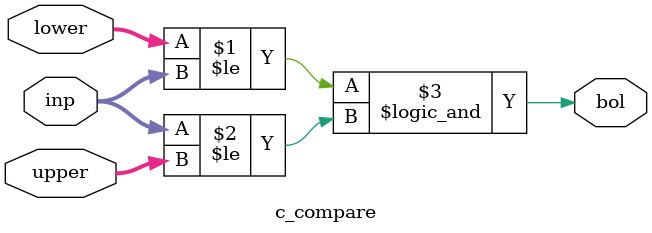
<source format=v>
module c_compare(inp, lower, upper, bol);
input [15:0] inp;
input [15:0] lower;
input [15:0] upper;
output bol;
assign bol = ((lower <= inp)&&(inp <= upper));
endmodule 
</source>
